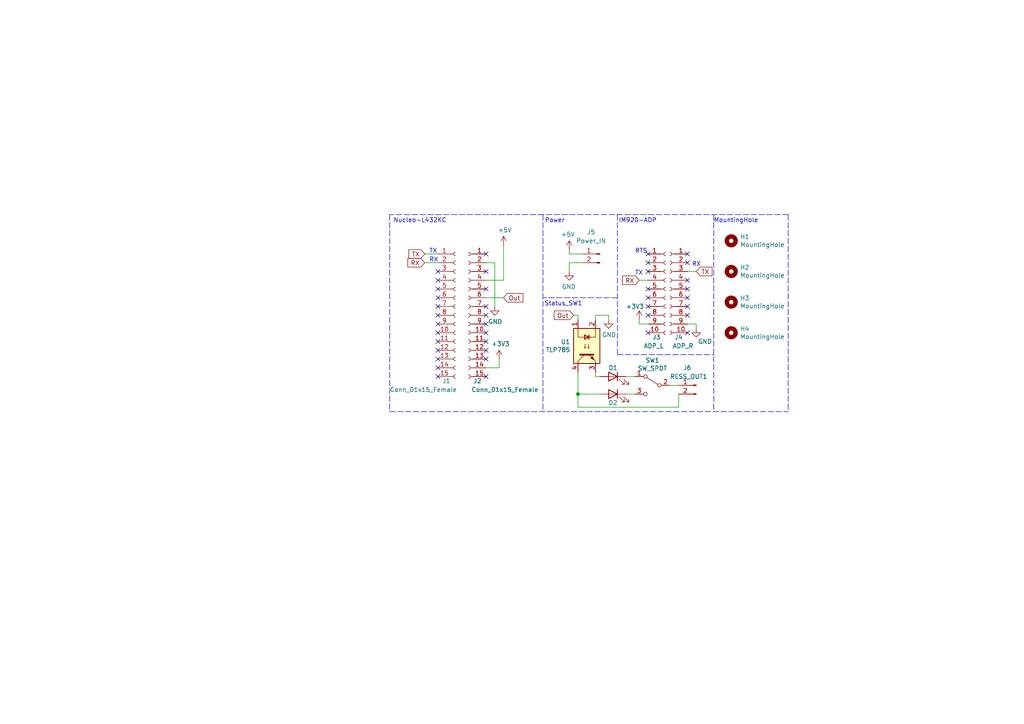
<source format=kicad_sch>
(kicad_sch (version 20211123) (generator eeschema)
  (paper "A4")
  (lib_symbols
    (symbol "Connector:Conn_01x15_Female" (pin_names (offset 1.016) hide)
      (property "Reference" "J" (at 0 20.32 0))
      (property "Value" "Conn_01x15_Female" (at 0 -20.32 0))
      (symbol "Conn_01x15_Female_1_1"
        (arc (start 0 -17.272) (mid -0.508 -17.78) (end 0 -18.288) (stroke (width 0.1524)))
        (arc (start 0 -14.732) (mid -0.508 -15.24) (end 0 -15.748) (stroke (width 0.1524)))
        (arc (start 0 -12.192) (mid -0.508 -12.7) (end 0 -13.208) (stroke (width 0.1524)))
        (arc (start 0 -9.652) (mid -0.508 -10.16) (end 0 -10.668) (stroke (width 0.1524)))
        (arc (start 0 -7.112) (mid -0.508 -7.62) (end 0 -8.128) (stroke (width 0.1524)))
        (arc (start 0 -4.572) (mid -0.508 -5.08) (end 0 -5.588) (stroke (width 0.1524)))
        (arc (start 0 -2.032) (mid -0.508 -2.54) (end 0 -3.048) (stroke (width 0.1524)))
        (polyline (pts (xy -1.27 -17.78) (xy -0.508 -17.78)) (stroke (width 0.1524)))
        (polyline (pts (xy -1.27 -15.24) (xy -0.508 -15.24)) (stroke (width 0.1524)))
        (polyline (pts (xy -1.27 -12.7) (xy -0.508 -12.7)) (stroke (width 0.1524)))
        (polyline (pts (xy -1.27 -10.16) (xy -0.508 -10.16)) (stroke (width 0.1524)))
        (polyline (pts (xy -1.27 -7.62) (xy -0.508 -7.62)) (stroke (width 0.1524)))
        (polyline (pts (xy -1.27 -5.08) (xy -0.508 -5.08)) (stroke (width 0.1524)))
        (polyline (pts (xy -1.27 -2.54) (xy -0.508 -2.54)) (stroke (width 0.1524)))
        (polyline (pts (xy -1.27 0) (xy -0.508 0)) (stroke (width 0.1524)))
        (polyline (pts (xy -1.27 2.54) (xy -0.508 2.54)) (stroke (width 0.1524)))
        (polyline (pts (xy -1.27 5.08) (xy -0.508 5.08)) (stroke (width 0.1524)))
        (polyline (pts (xy -1.27 7.62) (xy -0.508 7.62)) (stroke (width 0.1524)))
        (polyline (pts (xy -1.27 10.16) (xy -0.508 10.16)) (stroke (width 0.1524)))
        (polyline (pts (xy -1.27 12.7) (xy -0.508 12.7)) (stroke (width 0.1524)))
        (polyline (pts (xy -1.27 15.24) (xy -0.508 15.24)) (stroke (width 0.1524)))
        (polyline (pts (xy -1.27 17.78) (xy -0.508 17.78)) (stroke (width 0.1524)))
        (arc (start 0 0.508) (mid -0.508 0) (end 0 -0.508) (stroke (width 0.1524)))
        (arc (start 0 3.048) (mid -0.508 2.54) (end 0 2.032) (stroke (width 0.1524)))
        (arc (start 0 5.588) (mid -0.508 5.08) (end 0 4.572) (stroke (width 0.1524)))
        (arc (start 0 8.128) (mid -0.508 7.62) (end 0 7.112) (stroke (width 0.1524)))
        (arc (start 0 10.668) (mid -0.508 10.16) (end 0 9.652) (stroke (width 0.1524)))
        (arc (start 0 13.208) (mid -0.508 12.7) (end 0 12.192) (stroke (width 0.1524)))
        (arc (start 0 15.748) (mid -0.508 15.24) (end 0 14.732) (stroke (width 0.1524)))
        (arc (start 0 18.288) (mid -0.508 17.78) (end 0 17.272) (stroke (width 0.1524)))
        (pin passive line (at -5.08 17.78 0) (length 3.81) (name "Pin_1") (number "1"))
        (pin passive line (at -5.08 -5.08 0) (length 3.81) (name "Pin_10") (number "10"))
        (pin passive line (at -5.08 -7.62 0) (length 3.81) (name "Pin_11") (number "11"))
        (pin passive line (at -5.08 -10.16 0) (length 3.81) (name "Pin_12") (number "12"))
        (pin passive line (at -5.08 -12.7 0) (length 3.81) (name "Pin_13") (number "13"))
        (pin passive line (at -5.08 -15.24 0) (length 3.81) (name "Pin_14") (number "14"))
        (pin passive line (at -5.08 -17.78 0) (length 3.81) (name "Pin_15") (number "15"))
        (pin passive line (at -5.08 15.24 0) (length 3.81) (name "Pin_2") (number "2"))
        (pin passive line (at -5.08 12.7 0) (length 3.81) (name "Pin_3") (number "3"))
        (pin passive line (at -5.08 10.16 0) (length 3.81) (name "Pin_4") (number "4"))
        (pin passive line (at -5.08 7.62 0) (length 3.81) (name "Pin_5") (number "5"))
        (pin passive line (at -5.08 5.08 0) (length 3.81) (name "Pin_6") (number "6"))
        (pin passive line (at -5.08 2.54 0) (length 3.81) (name "Pin_7") (number "7"))
        (pin passive line (at -5.08 0 0) (length 3.81) (name "Pin_8") (number "8"))
        (pin passive line (at -5.08 -2.54 0) (length 3.81) (name "Pin_9") (number "9"))
      )
    )
    (symbol "Isolator:TLP785" (pin_names (offset 1.016))
      (property "Reference" "U" (at -5.08 5.08 0))
      (property "Value" "TLP785" (at 0 5.08 0))
      (symbol "TLP785_0_1"
        (rectangle (start -5.08 3.81) (end 5.08 -3.81) (stroke (width 0.254)) (fill (type background)))
        (polyline (pts (xy -3.175 -0.635) (xy -1.905 -0.635)) (stroke (width 0.254)))
        (polyline (pts (xy 2.54 0.635) (xy 4.445 2.54)))
        (polyline (pts (xy 4.445 -2.54) (xy 2.54 -0.635)) (fill (type outline)))
        (polyline (pts (xy 4.445 -2.54) (xy 5.08 -2.54)))
        (polyline (pts (xy 4.445 2.54) (xy 5.08 2.54)))
        (polyline (pts (xy -2.54 -0.635) (xy -2.54 -2.54) (xy -5.08 -2.54)))
        (polyline (pts (xy 2.54 1.905) (xy 2.54 -1.905) (xy 2.54 -1.905)) (stroke (width 0.508)))
        (polyline (pts (xy -5.08 2.54) (xy -2.54 2.54) (xy -2.54 -1.27) (xy -2.54 0.635)))
        (polyline (pts (xy -2.54 -0.635) (xy -3.175 0.635) (xy -1.905 0.635) (xy -2.54 -0.635)) (stroke (width 0.254)))
        (polyline (pts (xy -0.508 -0.508) (xy 0.762 -0.508) (xy 0.381 -0.635) (xy 0.381 -0.381) (xy 0.762 -0.508)))
        (polyline (pts (xy -0.508 0.508) (xy 0.762 0.508) (xy 0.381 0.381) (xy 0.381 0.635) (xy 0.762 0.508)))
        (polyline (pts (xy 3.048 -1.651) (xy 3.556 -1.143) (xy 4.064 -2.159) (xy 3.048 -1.651) (xy 3.048 -1.651)) (fill (type outline)))
      )
      (symbol "TLP785_1_1"
        (pin passive line (at -7.62 2.54 0) (length 2.54) (name "~") (number "1"))
        (pin passive line (at -7.62 -2.54 0) (length 2.54) (name "~") (number "2"))
        (pin passive line (at 7.62 -2.54 180) (length 2.54) (name "~") (number "3"))
        (pin passive line (at 7.62 2.54 180) (length 2.54) (name "~") (number "4"))
      )
    )
    (symbol "Mechanical:MountingHole" (pin_names (offset 1.016))
      (property "Reference" "H" (at 0 5.08 0))
      (property "Value" "MountingHole" (at 0 3.175 0))
      (symbol "MountingHole_0_1"
        (circle (center 0 0) (radius 1.27) (stroke (width 1.27)))
      )
    )
    (symbol "Receiver-rescue:+3.3V-power" (power) (pin_names (offset 0))
      (property "Value" "+3.3V-power" (at 0 3.556 0))
      (symbol "+3.3V-power_0_1"
        (polyline (pts (xy -0.762 1.27) (xy 0 2.54)))
        (polyline (pts (xy 0 0) (xy 0 2.54)))
        (polyline (pts (xy 0 2.54) (xy 0.762 1.27)))
      )
      (symbol "+3.3V-power_1_1"
        (pin power_in line (at 0 0 90) (length 0) hide (name "+3V3") (number "1"))
      )
    )
    (symbol "Receiver-rescue:+5V-power-Receiver-rescue-Receiver-rescue-Receiver-rescue-Receiver-rescue" (power) (pin_names (offset 0))
      (property "Value" "+5V-power-Receiver-rescue-Receiver-rescue-Receiver-rescue-Receiver-rescue" (at 0 3.556 0))
      (symbol "+5V-power-Receiver-rescue-Receiver-rescue-Receiver-rescue-Receiver-rescue_0_1"
        (polyline (pts (xy -0.762 1.27) (xy 0 2.54)))
        (polyline (pts (xy 0 0) (xy 0 2.54)))
        (polyline (pts (xy 0 2.54) (xy 0.762 1.27)))
      )
      (symbol "+5V-power-Receiver-rescue-Receiver-rescue-Receiver-rescue-Receiver-rescue_1_1"
        (pin power_in line (at 0 0 90) (length 0) hide (name "+5V") (number "1"))
      )
    )
    (symbol "Receiver-rescue:Conn_01x02_Male-Connector-Receiver-rescue-Receiver-rescue-Receiver-rescue-Receiver-rescue" (pin_names (offset 1.016) hide)
      (property "Reference" "J" (at 0 2.54 0))
      (property "Value" "Conn_01x02_Male-Connector-Receiver-rescue-Receiver-rescue-Receiver-rescue-Receiver-rescue" (at 0 -5.08 0))
      (symbol "Conn_01x02_Male-Connector-Receiver-rescue-Receiver-rescue-Receiver-rescue-Receiver-rescue_1_1"
        (polyline (pts (xy 1.27 -2.54) (xy 0.8636 -2.54)) (stroke (width 0.1524)))
        (polyline (pts (xy 1.27 0) (xy 0.8636 0)) (stroke (width 0.1524)))
        (rectangle (start 0.8636 -2.413) (end 0 -2.667) (stroke (width 0.1524)) (fill (type outline)))
        (rectangle (start 0.8636 0.127) (end 0 -0.127) (stroke (width 0.1524)) (fill (type outline)))
        (pin passive line (at 5.08 0 180) (length 3.81) (name "Pin_1") (number "1"))
        (pin passive line (at 5.08 -2.54 180) (length 3.81) (name "Pin_2") (number "2"))
      )
    )
    (symbol "Receiver-rescue:Conn_01x10_Female-Connector-Receiver-rescue-Receiver-rescue-Receiver-rescue-Receiver-rescue" (pin_names (offset 1.016) hide)
      (property "Reference" "J" (at 0 12.7 0))
      (property "Value" "Conn_01x10_Female-Connector-Receiver-rescue-Receiver-rescue-Receiver-rescue-Receiver-rescue" (at 0 -15.24 0))
      (symbol "Conn_01x10_Female-Connector-Receiver-rescue-Receiver-rescue-Receiver-rescue-Receiver-rescue_1_1"
        (arc (start 0 -12.192) (mid -0.508 -12.7) (end 0 -13.208) (stroke (width 0.1524)))
        (arc (start 0 -9.652) (mid -0.508 -10.16) (end 0 -10.668) (stroke (width 0.1524)))
        (arc (start 0 -7.112) (mid -0.508 -7.62) (end 0 -8.128) (stroke (width 0.1524)))
        (arc (start 0 -4.572) (mid -0.508 -5.08) (end 0 -5.588) (stroke (width 0.1524)))
        (arc (start 0 -2.032) (mid -0.508 -2.54) (end 0 -3.048) (stroke (width 0.1524)))
        (polyline (pts (xy -1.27 -12.7) (xy -0.508 -12.7)) (stroke (width 0.1524)))
        (polyline (pts (xy -1.27 -10.16) (xy -0.508 -10.16)) (stroke (width 0.1524)))
        (polyline (pts (xy -1.27 -7.62) (xy -0.508 -7.62)) (stroke (width 0.1524)))
        (polyline (pts (xy -1.27 -5.08) (xy -0.508 -5.08)) (stroke (width 0.1524)))
        (polyline (pts (xy -1.27 -2.54) (xy -0.508 -2.54)) (stroke (width 0.1524)))
        (polyline (pts (xy -1.27 0) (xy -0.508 0)) (stroke (width 0.1524)))
        (polyline (pts (xy -1.27 2.54) (xy -0.508 2.54)) (stroke (width 0.1524)))
        (polyline (pts (xy -1.27 5.08) (xy -0.508 5.08)) (stroke (width 0.1524)))
        (polyline (pts (xy -1.27 7.62) (xy -0.508 7.62)) (stroke (width 0.1524)))
        (polyline (pts (xy -1.27 10.16) (xy -0.508 10.16)) (stroke (width 0.1524)))
        (arc (start 0 0.508) (mid -0.508 0) (end 0 -0.508) (stroke (width 0.1524)))
        (arc (start 0 3.048) (mid -0.508 2.54) (end 0 2.032) (stroke (width 0.1524)))
        (arc (start 0 5.588) (mid -0.508 5.08) (end 0 4.572) (stroke (width 0.1524)))
        (arc (start 0 8.128) (mid -0.508 7.62) (end 0 7.112) (stroke (width 0.1524)))
        (arc (start 0 10.668) (mid -0.508 10.16) (end 0 9.652) (stroke (width 0.1524)))
        (pin passive line (at -5.08 10.16 0) (length 3.81) (name "Pin_1") (number "1"))
        (pin passive line (at -5.08 -12.7 0) (length 3.81) (name "Pin_10") (number "10"))
        (pin passive line (at -5.08 7.62 0) (length 3.81) (name "Pin_2") (number "2"))
        (pin passive line (at -5.08 5.08 0) (length 3.81) (name "Pin_3") (number "3"))
        (pin passive line (at -5.08 2.54 0) (length 3.81) (name "Pin_4") (number "4"))
        (pin passive line (at -5.08 0 0) (length 3.81) (name "Pin_5") (number "5"))
        (pin passive line (at -5.08 -2.54 0) (length 3.81) (name "Pin_6") (number "6"))
        (pin passive line (at -5.08 -5.08 0) (length 3.81) (name "Pin_7") (number "7"))
        (pin passive line (at -5.08 -7.62 0) (length 3.81) (name "Pin_8") (number "8"))
        (pin passive line (at -5.08 -10.16 0) (length 3.81) (name "Pin_9") (number "9"))
      )
    )
    (symbol "Receiver-rescue:GND-power-Receiver-rescue-Receiver-rescue-Receiver-rescue-Receiver-rescue" (power) (pin_names (offset 0))
      (property "Value" "GND-power-Receiver-rescue-Receiver-rescue-Receiver-rescue-Receiver-rescue" (at 0 -3.81 0))
      (symbol "GND-power-Receiver-rescue-Receiver-rescue-Receiver-rescue-Receiver-rescue_0_1"
        (polyline (pts (xy 0 0) (xy 0 -1.27) (xy 1.27 -1.27) (xy 0 -2.54) (xy -1.27 -1.27) (xy 0 -1.27)))
      )
      (symbol "GND-power-Receiver-rescue-Receiver-rescue-Receiver-rescue-Receiver-rescue_1_1"
        (pin power_in line (at 0 0 270) (length 0) hide (name "GND") (number "1"))
      )
    )
    (symbol "Receiver-rescue:LED-Device-Receiver-rescue-Receiver-rescue-Receiver-rescue-Receiver-rescue" (pin_numbers hide) (pin_names (offset 1.016) hide)
      (property "Reference" "D" (at 0 2.54 0))
      (property "Value" "LED-Device-Receiver-rescue-Receiver-rescue-Receiver-rescue-Receiver-rescue" (at 0 -2.54 0))
      (symbol "LED-Device-Receiver-rescue-Receiver-rescue-Receiver-rescue-Receiver-rescue_0_1"
        (polyline (pts (xy -1.27 -1.27) (xy -1.27 1.27)) (stroke (width 0.254)))
        (polyline (pts (xy -1.27 0) (xy 1.27 0)))
        (polyline (pts (xy 1.27 -1.27) (xy 1.27 1.27) (xy -1.27 0) (xy 1.27 -1.27)) (stroke (width 0.254)))
        (polyline (pts (xy -3.048 -0.762) (xy -4.572 -2.286) (xy -3.81 -2.286) (xy -4.572 -2.286) (xy -4.572 -1.524)))
        (polyline (pts (xy -1.778 -0.762) (xy -3.302 -2.286) (xy -2.54 -2.286) (xy -3.302 -2.286) (xy -3.302 -1.524)))
      )
      (symbol "LED-Device-Receiver-rescue-Receiver-rescue-Receiver-rescue-Receiver-rescue_1_1"
        (pin passive line (at -3.81 0 0) (length 2.54) (name "K") (number "1"))
        (pin passive line (at 3.81 0 180) (length 2.54) (name "A") (number "2"))
      )
    )
    (symbol "Receiver-rescue:SW_SPDT-Switch-Receiver-rescue-Receiver-rescue-Receiver-rescue-Receiver-rescue" (pin_names (offset 0) hide)
      (property "Reference" "SW" (at 0 4.318 0))
      (property "Value" "SW_SPDT-Switch-Receiver-rescue-Receiver-rescue-Receiver-rescue-Receiver-rescue" (at 0 -5.08 0))
      (symbol "SW_SPDT-Switch-Receiver-rescue-Receiver-rescue-Receiver-rescue-Receiver-rescue_0_0"
        (circle (center -2.032 0) (radius 0.508))
        (circle (center 2.032 -2.54) (radius 0.508))
      )
      (symbol "SW_SPDT-Switch-Receiver-rescue-Receiver-rescue-Receiver-rescue-Receiver-rescue_0_1"
        (polyline (pts (xy -1.524 0.254) (xy 1.651 2.286)))
        (circle (center 2.032 2.54) (radius 0.508))
      )
      (symbol "SW_SPDT-Switch-Receiver-rescue-Receiver-rescue-Receiver-rescue-Receiver-rescue_1_1"
        (pin passive line (at 5.08 2.54 180) (length 2.54) (name "A") (number "1"))
        (pin passive line (at -5.08 0 0) (length 2.54) (name "B") (number "2"))
        (pin passive line (at 5.08 -2.54 180) (length 2.54) (name "C") (number "3"))
      )
    )
    (symbol "power:+5V" (power) (pin_names (offset 0))
      (property "Value" "+5V" (at 0 3.556 0))
      (symbol "+5V_0_1"
        (polyline (pts (xy -0.762 1.27) (xy 0 2.54)))
        (polyline (pts (xy 0 0) (xy 0 2.54)))
        (polyline (pts (xy 0 2.54) (xy 0.762 1.27)))
      )
      (symbol "+5V_1_1"
        (pin power_in line (at 0 0 90) (length 0) hide (name "+5V") (number "1"))
      )
    )
    (symbol "power:GND" (power) (pin_names (offset 0))
      (property "Value" "GND" (at 0 -3.81 0))
      (symbol "GND_0_1"
        (polyline (pts (xy 0 0) (xy 0 -1.27) (xy 1.27 -1.27) (xy 0 -2.54) (xy -1.27 -1.27) (xy 0 -1.27)))
      )
      (symbol "GND_1_1"
        (pin power_in line (at 0 0 270) (length 0) hide (name "GND") (number "1"))
      )
    )
  )
  (junction (at 167.64 114.3))
  (no_connect (at 140.97 96.52))
  (no_connect (at 127 93.98))
  (no_connect (at 140.97 101.6))
  (no_connect (at 127 91.44))
  (no_connect (at 187.96 91.44))
  (no_connect (at 127 83.82))
  (no_connect (at 127 109.22))
  (no_connect (at 187.96 73.66))
  (no_connect (at 187.96 88.9))
  (no_connect (at 187.96 78.74))
  (no_connect (at 140.97 83.82))
  (no_connect (at 127 86.36))
  (no_connect (at 187.96 96.52))
  (no_connect (at 140.97 104.14))
  (no_connect (at 199.39 88.9))
  (no_connect (at 127 88.9))
  (no_connect (at 199.39 73.66))
  (no_connect (at 140.97 93.98))
  (no_connect (at 140.97 99.06))
  (no_connect (at 187.96 83.82))
  (no_connect (at 127 106.68))
  (no_connect (at 140.97 91.44))
  (no_connect (at 199.39 76.2))
  (no_connect (at 140.97 109.22))
  (no_connect (at 140.97 73.66))
  (no_connect (at 127 78.74))
  (no_connect (at 127 101.6))
  (no_connect (at 199.39 91.44))
  (no_connect (at 127 104.14))
  (no_connect (at 127 96.52))
  (no_connect (at 187.96 86.36))
  (no_connect (at 199.39 96.52))
  (no_connect (at 199.39 81.28))
  (no_connect (at 127 81.28))
  (no_connect (at 127 99.06))
  (no_connect (at 199.39 83.82))
  (no_connect (at 187.96 76.2))
  (no_connect (at 140.97 88.9))
  (no_connect (at 140.97 78.74))
  (no_connect (at 199.39 86.36))
  (wire (pts (xy 196.85 118.11) (xy 167.64 118.11)))
  (wire (pts (xy 167.64 114.3) (xy 167.64 118.11)))
  (wire (pts (xy 140.97 76.2) (xy 143.51 76.2)))
  (polyline (pts (xy 228.6 62.23) (xy 113.03 62.23)))
  (wire (pts (xy 181.61 109.22) (xy 184.15 109.22)))
  (wire (pts (xy 172.72 107.95) (xy 172.72 109.22)))
  (wire (pts (xy 165.1 73.66) (xy 165.1 72.39)))
  (wire (pts (xy 181.61 114.3) (xy 184.15 114.3)))
  (wire (pts (xy 196.85 114.3) (xy 196.85 118.11)))
  (wire (pts (xy 173.99 114.3) (xy 167.64 114.3)))
  (polyline (pts (xy 228.6 62.23) (xy 228.6 119.38)))
  (wire (pts (xy 199.39 78.74) (xy 201.93 78.74)))
  (polyline (pts (xy 207.01 62.23) (xy 207.01 119.38)))
  (wire (pts (xy 123.19 73.66) (xy 127 73.66)))
  (wire (pts (xy 172.72 109.22) (xy 173.99 109.22)))
  (wire (pts (xy 185.42 93.98) (xy 185.42 92.71)))
  (wire (pts (xy 187.96 93.98) (xy 185.42 93.98)))
  (wire (pts (xy 167.64 107.95) (xy 167.64 114.3)))
  (wire (pts (xy 143.51 76.2) (xy 143.51 88.9)))
  (wire (pts (xy 176.53 91.44) (xy 176.53 92.71)))
  (wire (pts (xy 194.31 111.76) (xy 196.85 111.76)))
  (wire (pts (xy 172.72 91.44) (xy 176.53 91.44)))
  (wire (pts (xy 146.05 81.28) (xy 146.05 71.12)))
  (polyline (pts (xy 157.48 62.23) (xy 157.48 119.38)))
  (wire (pts (xy 201.93 93.98) (xy 201.93 95.25)))
  (polyline (pts (xy 113.03 62.23) (xy 113.03 119.38)))
  (wire (pts (xy 199.39 93.98) (xy 201.93 93.98)))
  (wire (pts (xy 172.72 92.71) (xy 172.72 91.44)))
  (wire (pts (xy 140.97 81.28) (xy 146.05 81.28)))
  (polyline (pts (xy 179.07 102.87) (xy 207.01 102.87)))
  (wire (pts (xy 168.91 73.66) (xy 165.1 73.66)))
  (wire (pts (xy 127 76.2) (xy 123.19 76.2)))
  (wire (pts (xy 140.97 106.68) (xy 144.78 106.68)))
  (wire (pts (xy 185.42 81.28) (xy 187.96 81.28)))
  (polyline (pts (xy 179.07 86.36) (xy 157.48 86.36)))
  (wire (pts (xy 165.1 76.2) (xy 165.1 78.74)))
  (wire (pts (xy 168.91 76.2) (xy 165.1 76.2)))
  (polyline (pts (xy 179.07 62.23) (xy 179.07 102.87)))
  (wire (pts (xy 166.37 91.44) (xy 167.64 91.44)))
  (polyline (pts (xy 113.03 119.38) (xy 228.6 119.38)))
  (wire (pts (xy 144.78 106.68) (xy 144.78 104.14)))
  (wire (pts (xy 140.97 86.36) (xy 146.05 86.36)))
  (wire (pts (xy 167.64 91.44) (xy 167.64 92.71)))
  (text "RX" (at 124.46 76.2 0) (effects (font (size 1.27 1.27)) (justify left bottom)))
  (text "IM920-ADP" (at 190.5 64.77 180) (effects (font (size 1.27 1.27)) (justify right bottom)))
  (text "Power" (at 163.83 64.77 180) (effects (font (size 1.27 1.27)) (justify right bottom)))
  (text "RX" (at 200.66 77.47 0) (effects (font (size 1.27 1.27)) (justify left bottom)))
  (text "Status_SW1" (at 168.91 88.9 180) (effects (font (size 1.27 1.27)) (justify right bottom)))
  (text "TX" (at 184.15 80.01 0) (effects (font (size 1.27 1.27)) (justify left bottom)))
  (text "Nucleo-L432KC" (at 129.54 64.77 180) (effects (font (size 1.27 1.27)) (justify right bottom)))
  (text "TX" (at 124.46 73.66 0) (effects (font (size 1.27 1.27)) (justify left bottom)))
  (text "RTS" (at 184.15 73.66 0) (effects (font (size 1.27 1.27)) (justify left bottom)))
  (text "MountingHole" (at 207.01 64.77 0) (effects (font (size 1.27 1.27)) (justify left bottom)))
  (global_label "Out" (shape input) (at 146.05 86.36 0) (property "Intersheet References" "${INTERSHEET_REFS}" (effects hide)))
  (global_label "TX" (shape input) (at 123.19 73.66 180) (property "Intersheet References" "${INTERSHEET_REFS}" (effects hide)))
  (global_label "RX" (shape input) (at 185.42 81.28 180) (property "Intersheet References" "${INTERSHEET_REFS}" (effects hide)))
  (global_label "Out" (shape input) (at 166.37 91.44 180) (property "Intersheet References" "${INTERSHEET_REFS}" (effects hide)))
  (global_label "RX" (shape input) (at 123.19 76.2 180) (property "Intersheet References" "${INTERSHEET_REFS}" (effects hide)))
  (global_label "TX" (shape input) (at 201.93 78.74 0) (property "Intersheet References" "${INTERSHEET_REFS}" (effects hide)))
  (symbol (lib_id "Receiver-rescue:GND-power-Receiver-rescue-Receiver-rescue-Receiver-rescue-Receiver-rescue") (at 165.1 78.74 0) (mirror y) (unit 1)
    (property "Reference" "#PWR0101" (effects hide))
    (property "Value" "GND" (at 164.973 83.1342 0))
  )
  (symbol (lib_id "Receiver-rescue:Conn_01x10_Female-Connector-Receiver-rescue-Receiver-rescue-Receiver-rescue-Receiver-rescue") (at 193.04 83.82 0) (unit 1)
    (property "Reference" "J3" (at 189.23 97.79 0) (effects (justify left)))
    (property "Value" "ADP_L" (at 186.69 100.33 0) (effects (justify left)))
    (property "Footprint" "Connector_PinSocket_2.54mm:PinSocket_1x10_P2.54mm_Vertical" (effects hide))
  )
  (symbol (lib_id "Receiver-rescue:Conn_01x10_Female-Connector-Receiver-rescue-Receiver-rescue-Receiver-rescue-Receiver-rescue") (at 194.31 83.82 0) (mirror y) (unit 1)
    (property "Reference" "J4" (at 196.85 97.79 0))
    (property "Value" "ADP_R" (at 198.12 100.33 0))
    (property "Footprint" "Connector_PinSocket_2.54mm:PinSocket_1x10_P2.54mm_Vertical" (effects hide))
  )
  (symbol (lib_id "Receiver-rescue:LED-Device-Receiver-rescue-Receiver-rescue-Receiver-rescue-Receiver-rescue") (at 177.8 109.22 0) (mirror y) (unit 1)
    (property "Reference" "D1" (at 177.8 106.68 0))
    (property "Value" "LED" (effects hide))
    (property "Footprint" "LED_THT:LED_D5.0mm" (effects hide))
  )
  (symbol (lib_id "Receiver-rescue:Conn_01x02_Male-Connector-Receiver-rescue-Receiver-rescue-Receiver-rescue-Receiver-rescue") (at 173.99 73.66 0) (mirror y) (unit 1)
    (property "Reference" "J5" (at 171.45 67.31 0))
    (property "Value" "Power_IN" (at 171.45 69.85 0))
    (property "Footprint" "Connector_JST:JST_XH_S2B-XH-A_1x02_P2.50mm_Horizontal" (effects hide))
  )
  (symbol (lib_id "Receiver-rescue:SW_SPDT-Switch-Receiver-rescue-Receiver-rescue-Receiver-rescue-Receiver-rescue") (at 189.23 111.76 0) (mirror y) (unit 1)
    (property "Reference" "SW1" (at 189.23 104.521 0))
    (property "Value" "SW_SPDT" (at 189.23 106.8324 0))
    (property "Footprint" "Button_Switch_THT:SW_Push_1P2T_Vertical_E-Switch_800UDP8P1A1M6" (effects hide))
  )
  (symbol (lib_id "Receiver-rescue:+5V-power-Receiver-rescue-Receiver-rescue-Receiver-rescue-Receiver-rescue") (at 165.1 72.39 0) (mirror y) (unit 1)
    (property "Reference" "#PWR0104" (effects hide))
    (property "Value" "+5V" (at 164.719 67.9958 0))
  )
  (symbol (lib_id "Receiver-rescue:LED-Device-Receiver-rescue-Receiver-rescue-Receiver-rescue-Receiver-rescue") (at 177.8 114.3 0) (mirror y) (unit 1)
    (property "Reference" "D2" (at 177.8 116.84 0))
    (property "Value" "LED" (effects hide))
    (property "Footprint" "LED_THT:LED_D5.0mm" (effects hide))
  )
  (symbol (lib_id "Receiver-rescue:Conn_01x02_Male-Connector-Receiver-rescue-Receiver-rescue-Receiver-rescue-Receiver-rescue") (at 201.93 111.76 0) (mirror y) (unit 1)
    (property "Reference" "J6" (at 198.12 106.68 0) (effects (justify right)))
    (property "Value" "RESS_OUT1" (at 194.31 109.22 0) (effects (justify right)))
    (property "Footprint" "Connector_JST:JST_XH_S2B-XH-A_1x02_P2.50mm_Horizontal" (effects hide))
  )
  (symbol (lib_id "power:GND") (at 176.53 92.71 0) (unit 1)
    (property "Reference" "#PWR0106" (effects hide))
    (property "Value" "GND" (at 176.657 97.1042 0))
  )
  (symbol (lib_id "power:GND") (at 201.93 95.25 0) (unit 1)
    (property "Reference" "#PWR0108" (effects hide))
    (property "Value" "GND" (at 204.47 99.06 0))
  )
  (symbol (lib_id "Receiver-rescue:+3.3V-power") (at 185.42 92.71 0) (unit 1)
    (property "Reference" "#PWR0107" (effects hide))
    (property "Value" "+3.3V" (at 184.15 88.9 0))
  )
  (symbol (lib_id "Mechanical:MountingHole") (at 212.09 69.85 0) (unit 1)
    (property "Reference" "H1" (at 214.63 68.6816 0) (effects (justify left)))
    (property "Value" "MountingHole" (at 214.63 70.993 0) (effects (justify left)))
    (property "Footprint" "MountingHole:MountingHole_3.2mm_M3_Pad_Via" (effects hide))
  )
  (symbol (lib_id "Mechanical:MountingHole") (at 212.09 78.74 0) (unit 1)
    (property "Reference" "H2" (at 214.63 77.5716 0) (effects (justify left)))
    (property "Value" "MountingHole" (at 214.63 79.883 0) (effects (justify left)))
    (property "Footprint" "MountingHole:MountingHole_3.2mm_M3_Pad_Via" (effects hide))
  )
  (symbol (lib_id "Mechanical:MountingHole") (at 212.09 87.63 0) (unit 1)
    (property "Reference" "H3" (at 214.63 86.4616 0) (effects (justify left)))
    (property "Value" "MountingHole" (at 214.63 88.773 0) (effects (justify left)))
    (property "Footprint" "MountingHole:MountingHole_3.2mm_M3_Pad_Via" (effects hide))
  )
  (symbol (lib_id "Mechanical:MountingHole") (at 212.09 96.52 0) (unit 1)
    (property "Reference" "H4" (at 214.63 95.3516 0) (effects (justify left)))
    (property "Value" "MountingHole" (at 214.63 97.663 0) (effects (justify left)))
    (property "Footprint" "MountingHole:MountingHole_3.2mm_M3_Pad_Via" (effects hide))
  )
  (symbol (lib_id "Connector:Conn_01x15_Female") (at 132.08 91.44 0) (unit 1)
    (property "Reference" "J1" (at 128.27 110.49 0) (effects (justify left)))
    (property "Value" "Conn_01x15_Female" (at 113.03 113.03 0) (effects (justify left)))
    (property "Footprint" "Connector_PinSocket_2.54mm:PinSocket_1x15_P2.54mm_Vertical" (effects hide))
  )
  (symbol (lib_id "Connector:Conn_01x15_Female") (at 135.89 91.44 0) (mirror y) (unit 1)
    (property "Reference" "J2" (at 139.7 110.49 0) (effects (justify left)))
    (property "Value" "Conn_01x15_Female" (at 156.21 113.03 0) (effects (justify left)))
    (property "Footprint" "Connector_PinSocket_2.54mm:PinSocket_1x15_P2.54mm_Vertical" (effects hide))
  )
  (symbol (lib_id "power:+5V") (at 146.05 71.12 0) (unit 1)
    (property "Reference" "#PWR0102" (effects hide))
    (property "Value" "+5V" (at 146.431 66.7258 0))
  )
  (symbol (lib_id "power:GND") (at 143.51 88.9 0) (unit 1)
    (property "Reference" "#PWR0103" (effects hide))
    (property "Value" "GND" (at 143.637 93.2942 0))
  )
  (symbol (lib_id "Receiver-rescue:+3.3V-power") (at 144.78 104.14 0) (unit 1)
    (property "Reference" "#PWR0105" (effects hide))
    (property "Value" "+3.3V" (at 145.161 99.7458 0))
  )
  (symbol (lib_id "Isolator:TLP785") (at 170.18 100.33 90) (mirror x) (unit 1)
    (property "Reference" "U1" (at 165.4048 99.1616 90) (effects (justify left)))
    (property "Value" "TLP785" (at 165.4048 101.473 90) (effects (justify left)))
    (property "Footprint" "Package_DIP:DIP-4_W7.62mm" (effects hide))
    (property "Datasheet" "https://toshiba.semicon-storage.com/info/docget.jsp?did=10569&prodName=TLP785" (effects hide))
  )
)
</source>
